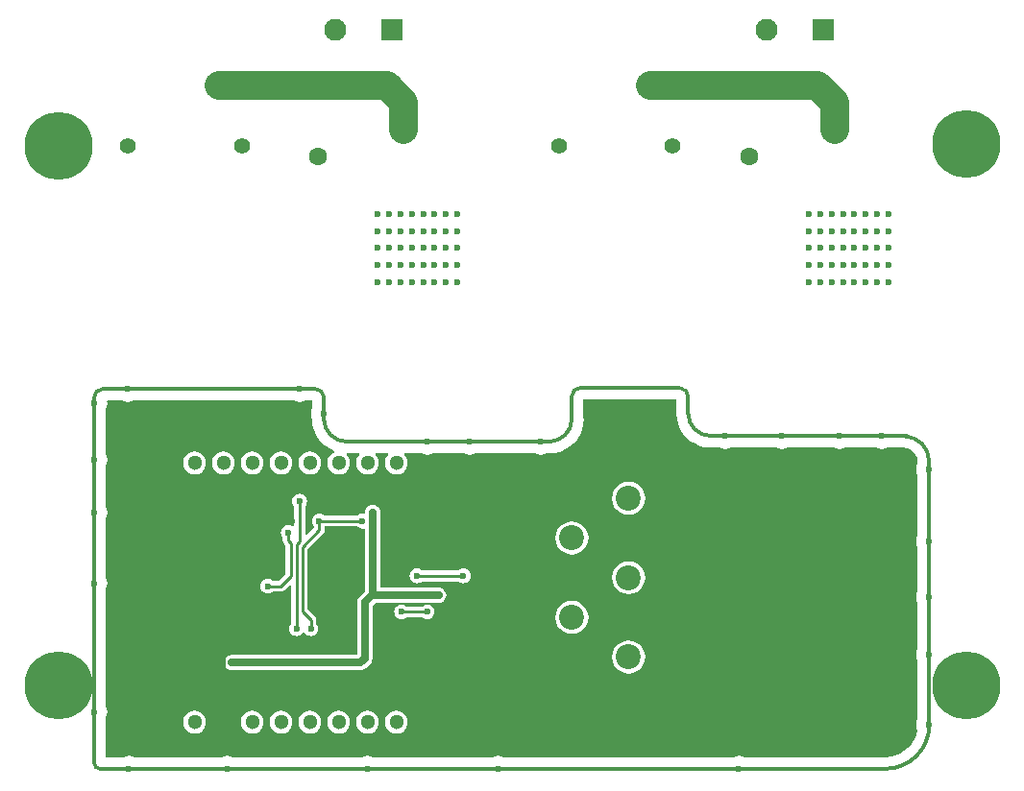
<source format=gbl>
G04*
G04 #@! TF.GenerationSoftware,Altium Limited,Altium Designer,20.1.12 (249)*
G04*
G04 Layer_Physical_Order=2*
G04 Layer_Color=16711680*
%FSLAX44Y44*%
%MOMM*%
G71*
G04*
G04 #@! TF.SameCoordinates,C66115CE-68B5-461B-9334-50AF4D89B24F*
G04*
G04*
G04 #@! TF.FilePolarity,Positive*
G04*
G01*
G75*
%ADD12C,0.3500*%
%ADD13C,0.2500*%
%ADD51C,1.4000*%
%ADD55C,2.5000*%
%ADD57C,2.2000*%
%ADD58C,0.6000*%
%ADD59C,6.0000*%
%ADD60C,1.9500*%
%ADD61R,1.9500X1.9500*%
%ADD62C,1.3000*%
%ADD63C,1.6000*%
%ADD64C,0.6500*%
G36*
X519661Y320000D02*
X519656D01*
X520030Y315253D01*
X521142Y310623D01*
X522964Y306224D01*
X525452Y302164D01*
X528544Y298544D01*
X532164Y295452D01*
X536224Y292964D01*
X540623Y291142D01*
X545253Y290030D01*
X550000Y289657D01*
Y289662D01*
X557697D01*
X559786Y288796D01*
X562789Y288401D01*
X565791Y288796D01*
X567880Y289662D01*
X607300D01*
X609389Y288796D01*
X612392Y288401D01*
X615394Y288796D01*
X617483Y289662D01*
X658005D01*
X660095Y288796D01*
X663097Y288401D01*
X666099Y288796D01*
X668189Y289662D01*
X695483D01*
X697573Y288796D01*
X700575Y288401D01*
X703577Y288796D01*
X705667Y289662D01*
X720502D01*
X723165Y289311D01*
X726114Y288089D01*
X728646Y286146D01*
X730589Y283614D01*
X731811Y280665D01*
X732195Y277751D01*
X732162Y277500D01*
Y275288D01*
X731296Y273198D01*
X730901Y270196D01*
X731296Y267194D01*
X732162Y265104D01*
Y211858D01*
X731296Y209769D01*
X730901Y206766D01*
X731296Y203764D01*
X732162Y201675D01*
Y162592D01*
X731296Y160502D01*
X730901Y157500D01*
X731296Y154498D01*
X732162Y152408D01*
Y112085D01*
X731296Y109995D01*
X730901Y106993D01*
X731296Y103991D01*
X732162Y101901D01*
Y50092D01*
X731296Y48002D01*
X730901Y45000D01*
X731296Y41998D01*
X731865Y40623D01*
X731863Y40587D01*
X730829Y36283D01*
X729135Y32193D01*
X726822Y28419D01*
X723948Y25053D01*
X720581Y22178D01*
X716807Y19865D01*
X712717Y18171D01*
X708413Y17137D01*
X704230Y16808D01*
X704000Y16838D01*
X580004D01*
X577914Y17704D01*
X574912Y18099D01*
X571910Y17704D01*
X569820Y16838D01*
X367630D01*
X365540Y17704D01*
X362538Y18099D01*
X359536Y17704D01*
X357446Y16838D01*
X252492D01*
X250402Y17704D01*
X247400Y18099D01*
X244398Y17704D01*
X242308Y16838D01*
X129168D01*
X127078Y17704D01*
X124076Y18099D01*
X121074Y17704D01*
X118984Y16838D01*
X42454D01*
X40364Y17704D01*
X37362Y18099D01*
X34360Y17704D01*
X32270Y16838D01*
X16838D01*
Y51584D01*
X17704Y53674D01*
X18099Y56676D01*
X17704Y59678D01*
X16838Y61767D01*
Y164788D01*
X17704Y166878D01*
X18099Y169880D01*
X17704Y172882D01*
X16838Y174972D01*
Y227348D01*
X17704Y229438D01*
X18099Y232440D01*
X17704Y235442D01*
X16838Y237532D01*
Y273908D01*
X17704Y275998D01*
X18099Y279000D01*
X17704Y282002D01*
X16838Y284092D01*
Y323495D01*
X17704Y325584D01*
X18099Y328587D01*
X17886Y330207D01*
X18723Y331162D01*
X31408D01*
X33498Y330296D01*
X36500Y329901D01*
X39502Y330296D01*
X41592Y331162D01*
X182408D01*
X184498Y330296D01*
X187500Y329901D01*
X190502Y330296D01*
X192592Y331162D01*
X198662D01*
Y324481D01*
X197796Y322391D01*
X197401Y319389D01*
X197796Y316387D01*
X198662Y314297D01*
Y314000D01*
X198845Y312610D01*
X199030Y310253D01*
X200142Y305623D01*
X201964Y301224D01*
X204452Y297164D01*
X207544Y293544D01*
X211164Y290452D01*
X215224Y287964D01*
X218208Y286728D01*
Y285353D01*
X216957Y284835D01*
X214868Y283232D01*
X213265Y281143D01*
X212257Y278710D01*
X211914Y276100D01*
X212257Y273489D01*
X213265Y271057D01*
X214868Y268968D01*
X216957Y267365D01*
X219389Y266357D01*
X222000Y266014D01*
X224611Y266357D01*
X227043Y267365D01*
X229132Y268968D01*
X230735Y271057D01*
X231743Y273489D01*
X232086Y276100D01*
X231743Y278710D01*
X230735Y281143D01*
X229132Y283232D01*
X228924Y283392D01*
X228925Y283503D01*
X228938Y283696D01*
X229355Y284662D01*
X240155D01*
X240564Y283459D01*
X240268Y283232D01*
X238665Y281143D01*
X237657Y278710D01*
X237314Y276100D01*
X237657Y273489D01*
X238665Y271057D01*
X240268Y268968D01*
X242357Y267365D01*
X244790Y266357D01*
X247400Y266014D01*
X250011Y266357D01*
X252443Y267365D01*
X254532Y268968D01*
X256135Y271057D01*
X257143Y273489D01*
X257486Y276100D01*
X257143Y278710D01*
X256135Y281143D01*
X254532Y283232D01*
X254236Y283459D01*
X254645Y284662D01*
X265555D01*
X265964Y283459D01*
X265668Y283232D01*
X264065Y281143D01*
X263057Y278710D01*
X262714Y276100D01*
X263057Y273489D01*
X264065Y271057D01*
X265668Y268968D01*
X267757Y267365D01*
X270189Y266357D01*
X272800Y266014D01*
X275410Y266357D01*
X277843Y267365D01*
X279932Y268968D01*
X281535Y271057D01*
X282543Y273489D01*
X282886Y276100D01*
X282543Y278710D01*
X281535Y281143D01*
X279932Y283232D01*
X279636Y283459D01*
X280045Y284662D01*
X294757D01*
X296846Y283796D01*
X299848Y283401D01*
X302850Y283796D01*
X304940Y284662D01*
X332460D01*
X334550Y283796D01*
X337552Y283401D01*
X340554Y283796D01*
X342644Y284662D01*
X394924D01*
X397013Y283796D01*
X400015Y283401D01*
X403018Y283796D01*
X405107Y284662D01*
X407500D01*
Y284657D01*
X412247Y285030D01*
X416877Y286142D01*
X421276Y287964D01*
X425336Y290452D01*
X428956Y293544D01*
X432048Y297164D01*
X434536Y301224D01*
X436358Y305623D01*
X437470Y310253D01*
X437844Y315000D01*
X437838D01*
Y332162D01*
X519661D01*
Y320000D01*
D02*
G37*
%LPC*%
G36*
X196600Y286186D02*
X193990Y285843D01*
X191557Y284835D01*
X189468Y283232D01*
X187865Y281143D01*
X186857Y278710D01*
X186514Y276100D01*
X186857Y273489D01*
X187865Y271057D01*
X189468Y268968D01*
X191557Y267365D01*
X193990Y266357D01*
X196600Y266014D01*
X199210Y266357D01*
X201643Y267365D01*
X203732Y268968D01*
X205335Y271057D01*
X206343Y273489D01*
X206686Y276100D01*
X206343Y278710D01*
X205335Y281143D01*
X203732Y283232D01*
X201643Y284835D01*
X199210Y285843D01*
X196600Y286186D01*
D02*
G37*
G36*
X171200D02*
X168589Y285843D01*
X166157Y284835D01*
X164068Y283232D01*
X162465Y281143D01*
X161457Y278710D01*
X161114Y276100D01*
X161457Y273489D01*
X162465Y271057D01*
X164068Y268968D01*
X166157Y267365D01*
X168589Y266357D01*
X171200Y266014D01*
X173811Y266357D01*
X176243Y267365D01*
X178332Y268968D01*
X179935Y271057D01*
X180943Y273489D01*
X181286Y276100D01*
X180943Y278710D01*
X179935Y281143D01*
X178332Y283232D01*
X176243Y284835D01*
X173811Y285843D01*
X171200Y286186D01*
D02*
G37*
G36*
X145800D02*
X143189Y285843D01*
X140757Y284835D01*
X138668Y283232D01*
X137065Y281143D01*
X136057Y278710D01*
X135714Y276100D01*
X136057Y273489D01*
X137065Y271057D01*
X138668Y268968D01*
X140757Y267365D01*
X143189Y266357D01*
X145800Y266014D01*
X148411Y266357D01*
X150843Y267365D01*
X152932Y268968D01*
X154535Y271057D01*
X155543Y273489D01*
X155886Y276100D01*
X155543Y278710D01*
X154535Y281143D01*
X152932Y283232D01*
X150843Y284835D01*
X148411Y285843D01*
X145800Y286186D01*
D02*
G37*
G36*
X120400D02*
X117789Y285843D01*
X115357Y284835D01*
X113268Y283232D01*
X111665Y281143D01*
X110657Y278710D01*
X110314Y276100D01*
X110657Y273489D01*
X111665Y271057D01*
X113268Y268968D01*
X115357Y267365D01*
X117789Y266357D01*
X120400Y266014D01*
X123011Y266357D01*
X125443Y267365D01*
X127532Y268968D01*
X129135Y271057D01*
X130143Y273489D01*
X130486Y276100D01*
X130143Y278710D01*
X129135Y281143D01*
X127532Y283232D01*
X125443Y284835D01*
X123011Y285843D01*
X120400Y286186D01*
D02*
G37*
G36*
X95000D02*
X92389Y285843D01*
X89957Y284835D01*
X87868Y283232D01*
X86265Y281143D01*
X85257Y278710D01*
X84914Y276100D01*
X85257Y273489D01*
X86265Y271057D01*
X87868Y268968D01*
X89957Y267365D01*
X92389Y266357D01*
X95000Y266014D01*
X97611Y266357D01*
X100043Y267365D01*
X102132Y268968D01*
X103735Y271057D01*
X104743Y273489D01*
X105086Y276100D01*
X104743Y278710D01*
X103735Y281143D01*
X102132Y283232D01*
X100043Y284835D01*
X97611Y285843D01*
X95000Y286186D01*
D02*
G37*
G36*
X477500Y259625D02*
X473715Y259127D01*
X470187Y257666D01*
X467158Y255341D01*
X464834Y252313D01*
X463373Y248785D01*
X462875Y245000D01*
X463373Y241215D01*
X464834Y237687D01*
X467158Y234659D01*
X470187Y232334D01*
X473715Y230873D01*
X477500Y230375D01*
X481285Y230873D01*
X484813Y232334D01*
X487841Y234659D01*
X490166Y237687D01*
X491627Y241215D01*
X492125Y245000D01*
X491627Y248785D01*
X490166Y252313D01*
X487841Y255341D01*
X484813Y257666D01*
X481285Y259127D01*
X477500Y259625D01*
D02*
G37*
G36*
X187500Y249056D02*
X185803Y248833D01*
X184222Y248178D01*
X182864Y247136D01*
X181822Y245778D01*
X181167Y244197D01*
X180944Y242500D01*
X181167Y240803D01*
X181822Y239222D01*
X182657Y238134D01*
Y220837D01*
X181387Y220210D01*
X180778Y220678D01*
X179197Y221333D01*
X177500Y221556D01*
X175803Y221333D01*
X174222Y220678D01*
X172864Y219636D01*
X171822Y218278D01*
X171167Y216697D01*
X170944Y215000D01*
X171167Y213303D01*
X171822Y211722D01*
X172657Y210634D01*
Y207879D01*
X173026Y206026D01*
X174075Y204454D01*
X174957Y203573D01*
Y178595D01*
X168636Y172275D01*
X163766D01*
X162678Y173109D01*
X161097Y173764D01*
X159400Y173988D01*
X157703Y173764D01*
X156122Y173109D01*
X154764Y172068D01*
X153722Y170710D01*
X153067Y169129D01*
X152844Y167432D01*
X153067Y165735D01*
X153722Y164154D01*
X154764Y162796D01*
X156122Y161754D01*
X157703Y161099D01*
X159400Y160876D01*
X161097Y161099D01*
X162678Y161754D01*
X163766Y162589D01*
X170643D01*
X172496Y162957D01*
X174067Y164007D01*
X178784Y168724D01*
X179957Y168238D01*
Y134366D01*
X179122Y133278D01*
X178467Y131697D01*
X178244Y130000D01*
X178467Y128303D01*
X179122Y126722D01*
X180164Y125364D01*
X181522Y124322D01*
X183103Y123667D01*
X184800Y123444D01*
X186497Y123667D01*
X188078Y124322D01*
X189436Y125364D01*
X190478Y126722D01*
X191822D01*
X192864Y125364D01*
X194222Y124322D01*
X195803Y123667D01*
X197500Y123444D01*
X199197Y123667D01*
X200778Y124322D01*
X202136Y125364D01*
X203178Y126722D01*
X203833Y128303D01*
X204056Y130000D01*
X203833Y131697D01*
X203178Y133278D01*
X202343Y134366D01*
Y137312D01*
X201974Y139165D01*
X200924Y140736D01*
X194843Y146818D01*
Y200323D01*
X208425Y213904D01*
X209474Y215476D01*
X209843Y217329D01*
Y220157D01*
X238134D01*
X239222Y219322D01*
X240803Y218667D01*
X242500Y218444D01*
X243793Y218614D01*
X245063Y217813D01*
Y170336D01*
X245003Y169880D01*
X245003Y169880D01*
Y162984D01*
X240186Y158166D01*
X239104Y156756D01*
X238424Y155114D01*
X238192Y153352D01*
X238192Y153352D01*
Y106808D01*
X230000D01*
X230000Y106808D01*
X230000Y106808D01*
X190000D01*
X190000Y106808D01*
X127500D01*
X125738Y106576D01*
X124096Y105896D01*
X122686Y104814D01*
X121604Y103404D01*
X120924Y101762D01*
X120692Y100000D01*
X120924Y98238D01*
X121604Y96596D01*
X122686Y95186D01*
X124096Y94104D01*
X125738Y93424D01*
X127500Y93192D01*
X190000D01*
X190000Y93192D01*
X190000Y93192D01*
X230000D01*
X230000Y93192D01*
X241192D01*
X241192Y93192D01*
X242073Y93308D01*
X242955Y93424D01*
X244597Y94104D01*
X246007Y95186D01*
X249814Y98993D01*
X249814Y98994D01*
X250896Y100403D01*
X251576Y102045D01*
X251808Y103808D01*
X251808Y103808D01*
Y150532D01*
X254298Y153021D01*
X307838D01*
X308238Y152856D01*
X310000Y152624D01*
X311762Y152856D01*
X313404Y153536D01*
X314814Y154618D01*
X315896Y156028D01*
X316576Y157670D01*
X316808Y159432D01*
X316576Y161194D01*
X315896Y162836D01*
X314814Y164246D01*
X314416Y164644D01*
X313006Y165726D01*
X311364Y166406D01*
X310483Y166522D01*
X309602Y166638D01*
X309602Y166638D01*
X258620D01*
Y169087D01*
X258740Y170000D01*
X258680Y170457D01*
Y232440D01*
X258680Y232440D01*
X258564Y233321D01*
X258448Y234202D01*
X257768Y235844D01*
X256686Y237254D01*
X256626Y237314D01*
X255216Y238396D01*
X253574Y239076D01*
X251812Y239308D01*
X250049Y239076D01*
X248407Y238396D01*
X246997Y237314D01*
X245916Y235904D01*
X245235Y234262D01*
X245003Y232500D01*
X245021Y232366D01*
X244553Y231779D01*
X243793Y231386D01*
X242500Y231556D01*
X240803Y231333D01*
X239222Y230678D01*
X238134Y229843D01*
X209366D01*
X208278Y230678D01*
X206697Y231333D01*
X205000Y231556D01*
X203303Y231333D01*
X201722Y230678D01*
X200364Y229636D01*
X199322Y228278D01*
X198667Y226697D01*
X198444Y225000D01*
X198667Y223303D01*
X199322Y221722D01*
X200157Y220634D01*
Y219335D01*
X193516Y212694D01*
X192343Y213180D01*
Y238134D01*
X193178Y239222D01*
X193833Y240803D01*
X194056Y242500D01*
X193833Y244197D01*
X193178Y245778D01*
X192136Y247136D01*
X190778Y248178D01*
X189197Y248833D01*
X187500Y249056D01*
D02*
G37*
G36*
X427500Y224625D02*
X423715Y224127D01*
X420187Y222666D01*
X417159Y220341D01*
X414834Y217313D01*
X413373Y213785D01*
X412875Y210000D01*
X413373Y206215D01*
X414834Y202687D01*
X417159Y199659D01*
X420187Y197334D01*
X423715Y195873D01*
X427500Y195375D01*
X431285Y195873D01*
X434813Y197334D01*
X437841Y199659D01*
X440166Y202687D01*
X441627Y206215D01*
X442125Y210000D01*
X441627Y213785D01*
X440166Y217313D01*
X437841Y220341D01*
X434813Y222666D01*
X431285Y224127D01*
X427500Y224625D01*
D02*
G37*
G36*
X332000Y183145D02*
X330303Y182922D01*
X328722Y182267D01*
X327634Y181432D01*
X295454D01*
X294374Y182260D01*
X292793Y182915D01*
X291096Y183139D01*
X289400Y182915D01*
X287818Y182260D01*
X286461Y181219D01*
X285419Y179861D01*
X284764Y178280D01*
X284540Y176583D01*
X284764Y174886D01*
X285419Y173305D01*
X286461Y171947D01*
X287818Y170905D01*
X289400Y170250D01*
X291096Y170027D01*
X292793Y170250D01*
X294374Y170905D01*
X295471Y171746D01*
X327634D01*
X328722Y170912D01*
X330303Y170257D01*
X332000Y170033D01*
X333697Y170257D01*
X335278Y170912D01*
X336636Y171953D01*
X337678Y173311D01*
X338333Y174892D01*
X338556Y176589D01*
X338333Y178286D01*
X337678Y179867D01*
X336636Y181225D01*
X335278Y182267D01*
X333697Y182922D01*
X332000Y183145D01*
D02*
G37*
G36*
X477500Y189625D02*
X473715Y189127D01*
X470187Y187666D01*
X467158Y185341D01*
X464834Y182313D01*
X463373Y178785D01*
X462875Y175000D01*
X463373Y171215D01*
X464834Y167687D01*
X467158Y164659D01*
X470187Y162334D01*
X473715Y160873D01*
X477500Y160375D01*
X481285Y160873D01*
X484813Y162334D01*
X487841Y164659D01*
X490166Y167687D01*
X491627Y171215D01*
X492125Y175000D01*
X491627Y178785D01*
X490166Y182313D01*
X487841Y185341D01*
X484813Y187666D01*
X481285Y189127D01*
X477500Y189625D01*
D02*
G37*
G36*
X300000Y151556D02*
X298303Y151333D01*
X296722Y150678D01*
X295634Y149843D01*
X281866D01*
X280778Y150678D01*
X279197Y151333D01*
X277500Y151556D01*
X275803Y151333D01*
X274222Y150678D01*
X272864Y149636D01*
X271822Y148278D01*
X271167Y146697D01*
X270944Y145000D01*
X271167Y143303D01*
X271822Y141722D01*
X272864Y140364D01*
X274222Y139322D01*
X275803Y138667D01*
X277500Y138444D01*
X279197Y138667D01*
X280778Y139322D01*
X281866Y140157D01*
X295634D01*
X296722Y139322D01*
X298303Y138667D01*
X300000Y138444D01*
X301697Y138667D01*
X303278Y139322D01*
X304636Y140364D01*
X305678Y141722D01*
X306333Y143303D01*
X306556Y145000D01*
X306333Y146697D01*
X305678Y148278D01*
X304636Y149636D01*
X303278Y150678D01*
X301697Y151333D01*
X300000Y151556D01*
D02*
G37*
G36*
X427500Y154625D02*
X423715Y154127D01*
X420187Y152666D01*
X417159Y150342D01*
X414834Y147313D01*
X413373Y143785D01*
X412875Y140000D01*
X413373Y136215D01*
X414834Y132688D01*
X417159Y129658D01*
X420187Y127334D01*
X423715Y125873D01*
X427500Y125375D01*
X431285Y125873D01*
X434813Y127334D01*
X437841Y129658D01*
X440166Y132688D01*
X441627Y136215D01*
X442125Y140000D01*
X441627Y143785D01*
X440166Y147313D01*
X437841Y150342D01*
X434813Y152666D01*
X431285Y154127D01*
X427500Y154625D01*
D02*
G37*
G36*
X477500Y119625D02*
X473715Y119127D01*
X470187Y117666D01*
X467158Y115342D01*
X464834Y112313D01*
X463373Y108785D01*
X462875Y105000D01*
X463373Y101215D01*
X464834Y97688D01*
X467158Y94658D01*
X470187Y92334D01*
X473715Y90873D01*
X477500Y90375D01*
X481285Y90873D01*
X484813Y92334D01*
X487841Y94658D01*
X490166Y97688D01*
X491627Y101215D01*
X492125Y105000D01*
X491627Y108785D01*
X490166Y112313D01*
X487841Y115342D01*
X484813Y117666D01*
X481285Y119127D01*
X477500Y119625D01*
D02*
G37*
G36*
X272800Y57586D02*
X270189Y57243D01*
X267757Y56235D01*
X265668Y54632D01*
X264065Y52543D01*
X263057Y50111D01*
X262714Y47500D01*
X263057Y44889D01*
X264065Y42457D01*
X265668Y40368D01*
X267757Y38765D01*
X270189Y37757D01*
X272800Y37414D01*
X275410Y37757D01*
X277843Y38765D01*
X279932Y40368D01*
X281535Y42457D01*
X282543Y44889D01*
X282886Y47500D01*
X282543Y50111D01*
X281535Y52543D01*
X279932Y54632D01*
X277843Y56235D01*
X275410Y57243D01*
X272800Y57586D01*
D02*
G37*
G36*
X247400D02*
X244790Y57243D01*
X242357Y56235D01*
X240268Y54632D01*
X238665Y52543D01*
X237657Y50111D01*
X237314Y47500D01*
X237657Y44889D01*
X238665Y42457D01*
X240268Y40368D01*
X242357Y38765D01*
X244790Y37757D01*
X247400Y37414D01*
X250011Y37757D01*
X252443Y38765D01*
X254532Y40368D01*
X256135Y42457D01*
X257143Y44889D01*
X257486Y47500D01*
X257143Y50111D01*
X256135Y52543D01*
X254532Y54632D01*
X252443Y56235D01*
X250011Y57243D01*
X247400Y57586D01*
D02*
G37*
G36*
X222000D02*
X219389Y57243D01*
X216957Y56235D01*
X214868Y54632D01*
X213265Y52543D01*
X212257Y50111D01*
X211914Y47500D01*
X212257Y44889D01*
X213265Y42457D01*
X214868Y40368D01*
X216957Y38765D01*
X219389Y37757D01*
X222000Y37414D01*
X224611Y37757D01*
X227043Y38765D01*
X229132Y40368D01*
X230735Y42457D01*
X231743Y44889D01*
X232086Y47500D01*
X231743Y50111D01*
X230735Y52543D01*
X229132Y54632D01*
X227043Y56235D01*
X224611Y57243D01*
X222000Y57586D01*
D02*
G37*
G36*
X196600D02*
X193990Y57243D01*
X191557Y56235D01*
X189468Y54632D01*
X187865Y52543D01*
X186857Y50111D01*
X186514Y47500D01*
X186857Y44889D01*
X187865Y42457D01*
X189468Y40368D01*
X191557Y38765D01*
X193990Y37757D01*
X196600Y37414D01*
X199210Y37757D01*
X201643Y38765D01*
X203732Y40368D01*
X205335Y42457D01*
X206343Y44889D01*
X206686Y47500D01*
X206343Y50111D01*
X205335Y52543D01*
X203732Y54632D01*
X201643Y56235D01*
X199210Y57243D01*
X196600Y57586D01*
D02*
G37*
G36*
X171200D02*
X168589Y57243D01*
X166157Y56235D01*
X164068Y54632D01*
X162465Y52543D01*
X161457Y50111D01*
X161114Y47500D01*
X161457Y44889D01*
X162465Y42457D01*
X164068Y40368D01*
X166157Y38765D01*
X168589Y37757D01*
X171200Y37414D01*
X173811Y37757D01*
X176243Y38765D01*
X178332Y40368D01*
X179935Y42457D01*
X180943Y44889D01*
X181286Y47500D01*
X180943Y50111D01*
X179935Y52543D01*
X178332Y54632D01*
X176243Y56235D01*
X173811Y57243D01*
X171200Y57586D01*
D02*
G37*
G36*
X145800D02*
X143189Y57243D01*
X140757Y56235D01*
X138668Y54632D01*
X137065Y52543D01*
X136057Y50111D01*
X135714Y47500D01*
X136057Y44889D01*
X137065Y42457D01*
X138668Y40368D01*
X140757Y38765D01*
X143189Y37757D01*
X145800Y37414D01*
X148411Y37757D01*
X150843Y38765D01*
X152932Y40368D01*
X154535Y42457D01*
X155543Y44889D01*
X155886Y47500D01*
X155543Y50111D01*
X154535Y52543D01*
X152932Y54632D01*
X150843Y56235D01*
X148411Y57243D01*
X145800Y57586D01*
D02*
G37*
G36*
X95000D02*
X92389Y57243D01*
X89957Y56235D01*
X87868Y54632D01*
X86265Y52543D01*
X85257Y50111D01*
X84914Y47500D01*
X85257Y44889D01*
X86265Y42457D01*
X87868Y40368D01*
X89957Y38765D01*
X92389Y37757D01*
X95000Y37414D01*
X97611Y37757D01*
X100043Y38765D01*
X102132Y40368D01*
X103735Y42457D01*
X104743Y44889D01*
X105086Y47500D01*
X104743Y50111D01*
X103735Y52543D01*
X102132Y54632D01*
X100043Y56235D01*
X97611Y57243D01*
X95000Y57586D01*
D02*
G37*
%LPD*%
D12*
X704000Y6500D02*
G03*
X742500Y45000I0J38500D01*
G01*
X530000Y335000D02*
G03*
X522500Y342500I-7500J0D01*
G01*
X530000Y320000D02*
G03*
X550000Y300000I20000J0D01*
G01*
X435000Y342500D02*
G03*
X427500Y335000I0J-7500D01*
G01*
X742500Y277500D02*
G03*
X720000Y300000I-22500J0D01*
G01*
X407500Y295000D02*
G03*
X427500Y315000I0J20000D01*
G01*
X209000Y334000D02*
G03*
X201500Y341500I-7500J0D01*
G01*
X14000D02*
G03*
X6500Y334000I0J-7500D01*
G01*
X209000Y315000D02*
G03*
X229000Y295000I20000J0D01*
G01*
X6500Y11500D02*
G03*
X11500Y6500I5000J0D01*
G01*
X742500Y106993D02*
Y157500D01*
Y45000D02*
Y106993D01*
X6500Y232440D02*
Y279000D01*
Y169880D02*
Y232440D01*
Y56676D02*
Y169880D01*
Y11500D02*
Y56676D01*
Y279000D02*
Y334000D01*
X550000Y300000D02*
X722500D01*
X435000Y342500D02*
X522500D01*
X530000Y320000D02*
Y335000D01*
X427500Y315000D02*
Y335000D01*
X742500Y157500D02*
Y277500D01*
X227500Y295000D02*
X407500D01*
X209000Y314000D02*
Y334000D01*
X14000Y341500D02*
X201500D01*
X11500Y6500D02*
X704000D01*
D13*
X291103Y176589D02*
X332000D01*
X291096Y176583D02*
X291103Y176589D01*
X378931Y184932D02*
X379999Y186000D01*
X355000Y184932D02*
X378931D01*
X586000Y127500D02*
X602500D01*
X586000Y95500D02*
Y127500D01*
X427500Y70000D02*
X560500D01*
X586000Y95500D01*
X392432Y70000D02*
X427500D01*
X379932Y82500D02*
X392432Y70000D01*
X379932Y82500D02*
Y107500D01*
X355068Y107500D02*
X379932D01*
X355000Y107568D02*
Y157432D01*
X36500Y280000D02*
X45000D01*
X86000Y239000D01*
X120400D01*
X602500Y127500D02*
X610000Y135000D01*
X602500Y127500D02*
X605000D01*
X615000Y135000D02*
X622500D01*
X610000D02*
X615000D01*
X310000Y107000D02*
X310250Y107250D01*
X354818D01*
X355068Y107500D01*
X379932D02*
X379932Y107500D01*
X379932Y135000D02*
X379932Y135000D01*
X355068Y135000D02*
X379932D01*
X355000Y157432D02*
Y184932D01*
Y157432D02*
X379864D01*
X355000D02*
X355000D01*
X379864D02*
X379864Y157432D01*
X355000Y184932D02*
Y200000D01*
X355000Y184932D02*
X355000D01*
Y107568D02*
X355068Y107500D01*
X350000Y205000D02*
X355000Y200000D01*
X317500Y205000D02*
X350000D01*
X299848Y107500D02*
Y112000D01*
Y85000D02*
Y107500D01*
X309500D02*
X310000Y107000D01*
X299848Y107500D02*
X309500D01*
X120400Y70640D02*
Y163958D01*
Y47500D02*
Y70640D01*
X285488D01*
X299848Y85000D01*
X120400Y163958D02*
X140040Y183598D01*
X169400Y225000D02*
X180750D01*
X159400Y215000D02*
X169400Y225000D01*
X159400Y195000D02*
Y215000D01*
X140040Y183598D02*
X147998D01*
X159400Y195000D01*
X152500Y215000D02*
X159400D01*
X145000Y222500D02*
Y239000D01*
Y222500D02*
X152500Y215000D01*
X120400Y239000D02*
X145000D01*
X205000Y225000D02*
X242500D01*
X205000Y217329D02*
Y225000D01*
X179800Y176589D02*
Y205579D01*
X177500Y207879D02*
Y215000D01*
Y207879D02*
X179800Y205579D01*
X159400Y167432D02*
X170643D01*
X179800Y176589D01*
X190000Y202329D02*
X205000Y217329D01*
X190000Y144812D02*
Y202329D01*
Y144812D02*
X197500Y137312D01*
Y130000D02*
Y137312D01*
X277500Y145000D02*
X300000D01*
X184800Y204200D02*
X187500Y206900D01*
X184800Y130000D02*
Y204200D01*
X187500Y206900D02*
Y242500D01*
X197500Y130000D02*
X197500Y130000D01*
D51*
X416500Y555750D02*
D03*
X516500D02*
D03*
X36500D02*
D03*
X136500D02*
D03*
D55*
X644355Y609000D02*
X659000Y594355D01*
Y570250D02*
Y594355D01*
X496500Y609000D02*
X644355D01*
X116500D02*
X264355D01*
X279000Y570250D02*
Y594355D01*
X264355Y609000D02*
X279000Y594355D01*
D57*
X427500Y70000D02*
D03*
X477500Y105000D02*
D03*
X427500Y140000D02*
D03*
Y210000D02*
D03*
X477500Y245000D02*
D03*
Y175000D02*
D03*
D58*
X256500Y435750D02*
D03*
X266500D02*
D03*
X276500D02*
D03*
X286500D02*
D03*
X296500D02*
D03*
X306500D02*
D03*
X316500D02*
D03*
X326500D02*
D03*
Y450750D02*
D03*
X316500D02*
D03*
X306500D02*
D03*
X296500D02*
D03*
X286500D02*
D03*
X276500D02*
D03*
X266500D02*
D03*
X256500D02*
D03*
X326500Y465750D02*
D03*
X316500D02*
D03*
X306500D02*
D03*
X296500D02*
D03*
X286500D02*
D03*
X276500D02*
D03*
X266500D02*
D03*
X256500D02*
D03*
X326500Y480750D02*
D03*
X316500D02*
D03*
X306500D02*
D03*
X296500D02*
D03*
X286500D02*
D03*
X276500D02*
D03*
X266500D02*
D03*
X256500D02*
D03*
X326500Y495750D02*
D03*
X316500D02*
D03*
X306500D02*
D03*
X296500D02*
D03*
X286500D02*
D03*
X276500D02*
D03*
X266500D02*
D03*
X256500D02*
D03*
X636500Y435750D02*
D03*
X646500D02*
D03*
X656500D02*
D03*
X666500D02*
D03*
X676500D02*
D03*
X686500D02*
D03*
X696500D02*
D03*
X706500D02*
D03*
Y450750D02*
D03*
X696500D02*
D03*
X686500D02*
D03*
X676500D02*
D03*
X666500D02*
D03*
X656500D02*
D03*
X646500D02*
D03*
X636500D02*
D03*
X706500Y465750D02*
D03*
X696500D02*
D03*
X686500D02*
D03*
X676500D02*
D03*
X666500D02*
D03*
X656500D02*
D03*
X646500D02*
D03*
X636500D02*
D03*
X706500Y480750D02*
D03*
X696500D02*
D03*
X686500D02*
D03*
X676500D02*
D03*
X666500D02*
D03*
X656500D02*
D03*
X646500D02*
D03*
X636500D02*
D03*
X706500Y495750D02*
D03*
X696500D02*
D03*
X686500D02*
D03*
X676500D02*
D03*
X666500D02*
D03*
X656500D02*
D03*
X646500D02*
D03*
X636500D02*
D03*
X291096Y176583D02*
D03*
X332000Y176589D02*
D03*
X379999Y186000D02*
D03*
X255875Y97875D02*
D03*
X236975Y77250D02*
D03*
X210875Y77375D02*
D03*
X184675Y82750D02*
D03*
X159275Y82875D02*
D03*
X285304Y99875D02*
D03*
X259307Y79875D02*
D03*
Y58875D02*
D03*
X469750Y294875D02*
D03*
X469875Y308875D02*
D03*
X441875Y306875D02*
D03*
X440875Y328875D02*
D03*
X641875Y281875D02*
D03*
X562663Y278875D02*
D03*
X496875Y288875D02*
D03*
X514875Y304750D02*
D03*
X495875Y304875D02*
D03*
X723875Y240875D02*
D03*
X722875Y280875D02*
D03*
X726875Y181875D02*
D03*
X725875Y132875D02*
D03*
X722375Y48875D02*
D03*
X705875Y28875D02*
D03*
X22625Y85875D02*
D03*
X54875Y93875D02*
D03*
X61875Y22750D02*
D03*
X22750Y22875D02*
D03*
Y133875D02*
D03*
X22875Y180875D02*
D03*
X22750Y215875D02*
D03*
X21875Y247375D02*
D03*
X22875Y298375D02*
D03*
X59875Y300875D02*
D03*
X56875Y325875D02*
D03*
X158875Y253875D02*
D03*
X159150Y302250D02*
D03*
X117875Y304875D02*
D03*
X169775Y324740D02*
D03*
X147375Y324865D02*
D03*
X194875Y302375D02*
D03*
X24875Y324865D02*
D03*
X261375Y260875D02*
D03*
X115500Y211625D02*
D03*
X115625Y219875D02*
D03*
X115750Y189223D02*
D03*
X148875Y111951D02*
D03*
X115875Y125750D02*
D03*
X159275Y125875D02*
D03*
X259182Y128275D02*
D03*
X230875Y127299D02*
D03*
X263875Y217875D02*
D03*
X259307Y144875D02*
D03*
X235875Y172375D02*
D03*
X537177Y262176D02*
D03*
X586000Y261000D02*
D03*
X711000Y211000D02*
D03*
Y111000D02*
D03*
X611000Y211000D02*
D03*
X586000Y161000D02*
D03*
X561000Y211000D02*
D03*
X536000Y161000D02*
D03*
X561000Y111000D02*
D03*
X536000Y61000D02*
D03*
X511000Y111000D02*
D03*
X386000Y261000D02*
D03*
Y61000D02*
D03*
X336000Y261000D02*
D03*
Y61000D02*
D03*
X286000Y261000D02*
D03*
Y61000D02*
D03*
X236000Y261000D02*
D03*
X186000D02*
D03*
X136000Y161000D02*
D03*
Y61000D02*
D03*
X36000Y261000D02*
D03*
Y161000D02*
D03*
Y61000D02*
D03*
X187500Y324990D02*
D03*
X420000Y277500D02*
D03*
X317500D02*
D03*
X574912Y6500D02*
D03*
X362538D02*
D03*
X247400D02*
D03*
X124076D02*
D03*
X37362D02*
D03*
X6500Y56676D02*
D03*
Y169880D02*
D03*
Y232440D02*
D03*
X36500Y341500D02*
D03*
X187500D02*
D03*
X209000Y319389D02*
D03*
X299848Y295000D02*
D03*
X337552D02*
D03*
X400015D02*
D03*
X562789Y300000D02*
D03*
X612392D02*
D03*
X663097D02*
D03*
X700575D02*
D03*
X742500Y270196D02*
D03*
Y206766D02*
D03*
Y45000D02*
D03*
Y106993D02*
D03*
X6500Y328587D02*
D03*
X742500Y157500D02*
D03*
X6500Y279000D02*
D03*
X36500Y280000D02*
D03*
X137500Y100000D02*
D03*
X127500D02*
D03*
X251812Y232500D02*
D03*
X251932Y170000D02*
D03*
X604000Y127424D02*
D03*
X622500Y135000D02*
D03*
X615000D02*
D03*
X140040Y183598D02*
D03*
X317500Y205000D02*
D03*
X245000Y147500D02*
D03*
X242500Y225000D02*
D03*
X205000D02*
D03*
X190000Y100000D02*
D03*
X230000Y100000D02*
D03*
X177500Y215000D02*
D03*
X159400Y167432D02*
D03*
X277500Y145000D02*
D03*
X300000D02*
D03*
X310000Y107000D02*
D03*
X299848Y112000D02*
D03*
X310000Y159432D02*
D03*
X145000Y239000D02*
D03*
X120400D02*
D03*
X379932Y107500D02*
D03*
X355068Y107500D02*
D03*
X379932Y135000D02*
D03*
X355068Y135000D02*
D03*
X379864Y157432D02*
D03*
X355000Y157432D02*
D03*
Y184932D02*
D03*
X197500Y130000D02*
D03*
X180750Y225000D02*
D03*
X187500Y242500D02*
D03*
X184800Y130000D02*
D03*
X159400Y215000D02*
D03*
X501500Y614000D02*
D03*
X511500D02*
D03*
X491500D02*
D03*
X510922Y604520D02*
D03*
X501500Y604000D02*
D03*
X491500D02*
D03*
X130922Y604520D02*
D03*
X131500Y614000D02*
D03*
X121500D02*
D03*
Y604000D02*
D03*
X111500D02*
D03*
Y614000D02*
D03*
D59*
X775000Y557500D02*
D03*
X-25000Y80000D02*
D03*
X775000D02*
D03*
X-25000Y555750D02*
D03*
D60*
X599002Y658250D02*
D03*
X219002D02*
D03*
D61*
X649002D02*
D03*
X269002D02*
D03*
D62*
X272800Y276100D02*
D03*
X247400D02*
D03*
X222000D02*
D03*
X196600D02*
D03*
X171200D02*
D03*
X145800D02*
D03*
X120400D02*
D03*
X95000D02*
D03*
Y47500D02*
D03*
X120400D02*
D03*
X145800D02*
D03*
X171200D02*
D03*
X196600D02*
D03*
X222000D02*
D03*
X247400D02*
D03*
X272800D02*
D03*
D63*
X279000Y570250D02*
D03*
X204000Y546250D02*
D03*
X584000D02*
D03*
X659000Y570250D02*
D03*
D64*
X251477Y159830D02*
X251812D01*
X245000Y153352D02*
X251477Y159830D01*
X245000Y103808D02*
Y153352D01*
X137500Y100000D02*
X190000D01*
X190000Y100000D02*
X230000D01*
X241192Y100000D02*
X245000Y103808D01*
X127500Y100000D02*
X137500D01*
X230000Y100000D02*
X230000Y100000D01*
X241192D01*
X251872Y170060D02*
X251932Y170000D01*
X251872Y170060D02*
Y232440D01*
X251812Y232500D02*
X251872Y232440D01*
X251812Y159830D02*
X309602D01*
X251812Y169880D02*
X251932Y170000D01*
X251812Y159830D02*
Y169880D01*
X309602Y159830D02*
X310000Y159432D01*
X190000Y100000D02*
X190000Y100000D01*
M02*

</source>
